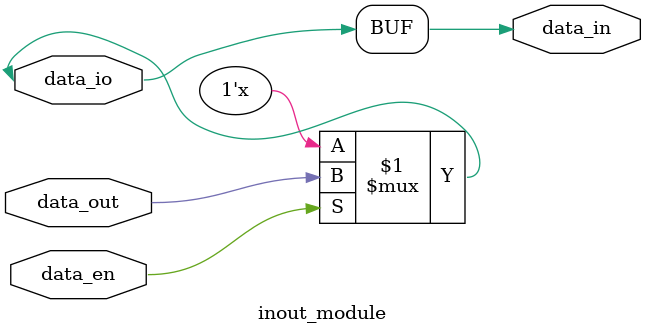
<source format=v>
`timescale 1ns / 1ps
module inout_module(
		data_en,
		data_out,
		data_in,
		data_io
    );

input data_en,data_out;	//data_out : data to be sent to the inout line.
output data_in;			//data read from the bi-directional line
inout data_io;

//inout logic
assign data_in	=	data_io;
assign data_io	=	data_en?	data_out:1'bz;

endmodule

</source>
